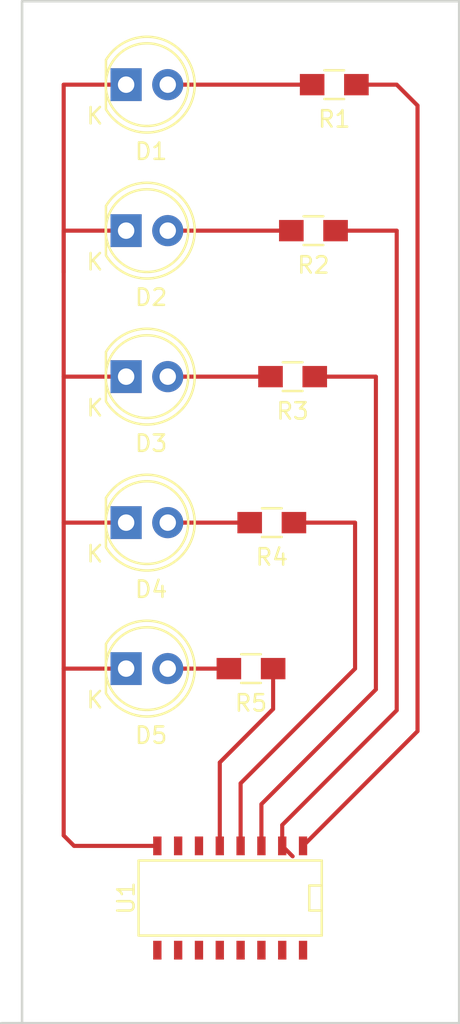
<source format=kicad_pcb>
(kicad_pcb (version 4) (host pcbnew 4.0.5+dfsg1-4)

  (general
    (links 15)
    (no_connects 0)
    (area 144.704999 79.934999 172.795001 142.315001)
    (thickness 1.6)
    (drawings 8)
    (tracks 38)
    (zones 0)
    (modules 11)
    (nets 22)
  )

  (page A4)
  (layers
    (0 F.Cu signal)
    (31 B.Cu signal)
    (32 B.Adhes user)
    (33 F.Adhes user)
    (34 B.Paste user)
    (35 F.Paste user)
    (36 B.SilkS user)
    (37 F.SilkS user)
    (38 B.Mask user)
    (39 F.Mask user)
    (40 Dwgs.User user)
    (41 Cmts.User user)
    (42 Eco1.User user)
    (43 Eco2.User user)
    (44 Edge.Cuts user)
    (45 Margin user)
    (46 B.CrtYd user)
    (47 F.CrtYd user)
    (48 B.Fab user)
    (49 F.Fab user)
  )

  (setup
    (last_trace_width 0.25)
    (trace_clearance 0.2)
    (zone_clearance 0.508)
    (zone_45_only no)
    (trace_min 0.2)
    (segment_width 0.2)
    (edge_width 0.15)
    (via_size 0.6)
    (via_drill 0.4)
    (via_min_size 0.4)
    (via_min_drill 0.3)
    (uvia_size 0.3)
    (uvia_drill 0.1)
    (uvias_allowed no)
    (uvia_min_size 0.2)
    (uvia_min_drill 0.1)
    (pcb_text_width 0.3)
    (pcb_text_size 1.5 1.5)
    (mod_edge_width 0.15)
    (mod_text_size 1 1)
    (mod_text_width 0.15)
    (pad_size 1.524 1.524)
    (pad_drill 0.762)
    (pad_to_mask_clearance 0.2)
    (aux_axis_origin 0 0)
    (visible_elements FFFEFF7F)
    (pcbplotparams
      (layerselection 0x00030_80000001)
      (usegerberextensions false)
      (excludeedgelayer true)
      (linewidth 0.100000)
      (plotframeref false)
      (viasonmask false)
      (mode 1)
      (useauxorigin false)
      (hpglpennumber 1)
      (hpglpenspeed 20)
      (hpglpendiameter 15)
      (hpglpenoverlay 2)
      (psnegative false)
      (psa4output false)
      (plotreference true)
      (plotvalue true)
      (plotinvisibletext false)
      (padsonsilk false)
      (subtractmaskfromsilk false)
      (outputformat 1)
      (mirror false)
      (drillshape 1)
      (scaleselection 1)
      (outputdirectory ""))
  )

  (net 0 "")
  (net 1 GND)
  (net 2 "Net-(D1-Pad2)")
  (net 3 "Net-(D2-Pad2)")
  (net 4 "Net-(D3-Pad2)")
  (net 5 "Net-(D4-Pad2)")
  (net 6 "Net-(D5-Pad2)")
  (net 7 "Net-(R1-Pad1)")
  (net 8 "Net-(R2-Pad1)")
  (net 9 "Net-(R3-Pad1)")
  (net 10 "Net-(R4-Pad1)")
  (net 11 "Net-(R5-Pad1)")
  (net 12 VCC)
  (net 13 "Net-(U1-Pad9)")
  (net 14 "Net-(U1-Pad7)")
  (net 15 "Net-(U1-Pad6)")
  (net 16 "Net-(U1-Pad15)")
  (net 17 "Net-(P1-Pad5)")
  (net 18 "Net-(P1-Pad1)")
  (net 19 "Net-(P1-Pad2)")
  (net 20 "Net-(P1-Pad4)")
  (net 21 "Net-(P1-Pad3)")

  (net_class Default "Esta es la clase de red por defecto."
    (clearance 0.2)
    (trace_width 0.25)
    (via_dia 0.6)
    (via_drill 0.4)
    (uvia_dia 0.3)
    (uvia_drill 0.1)
    (add_net GND)
    (add_net "Net-(D1-Pad2)")
    (add_net "Net-(D2-Pad2)")
    (add_net "Net-(D3-Pad2)")
    (add_net "Net-(D4-Pad2)")
    (add_net "Net-(D5-Pad2)")
    (add_net "Net-(P1-Pad1)")
    (add_net "Net-(P1-Pad2)")
    (add_net "Net-(P1-Pad3)")
    (add_net "Net-(P1-Pad4)")
    (add_net "Net-(P1-Pad5)")
    (add_net "Net-(R1-Pad1)")
    (add_net "Net-(R2-Pad1)")
    (add_net "Net-(R3-Pad1)")
    (add_net "Net-(R4-Pad1)")
    (add_net "Net-(R5-Pad1)")
    (add_net "Net-(U1-Pad15)")
    (add_net "Net-(U1-Pad6)")
    (add_net "Net-(U1-Pad7)")
    (add_net "Net-(U1-Pad9)")
    (add_net VCC)
  )

  (module LEDs:LED-5MM (layer F.Cu) (tedit 5570F7EA) (tstamp 5BB953CC)
    (at 152.4 85.09)
    (descr "LED 5mm round vertical")
    (tags "LED 5mm round vertical")
    (path /5BB93916)
    (fp_text reference D1 (at 1.524 4.064) (layer F.SilkS)
      (effects (font (size 1 1) (thickness 0.15)))
    )
    (fp_text value LED (at 1.524 -3.937) (layer F.Fab)
      (effects (font (size 1 1) (thickness 0.15)))
    )
    (fp_line (start -1.5 -1.55) (end -1.5 1.55) (layer F.CrtYd) (width 0.05))
    (fp_arc (start 1.3 0) (end -1.5 1.55) (angle -302) (layer F.CrtYd) (width 0.05))
    (fp_arc (start 1.27 0) (end -1.23 -1.5) (angle 297.5) (layer F.SilkS) (width 0.15))
    (fp_line (start -1.23 1.5) (end -1.23 -1.5) (layer F.SilkS) (width 0.15))
    (fp_circle (center 1.27 0) (end 0.97 -2.5) (layer F.SilkS) (width 0.15))
    (fp_text user K (at -1.905 1.905) (layer F.SilkS)
      (effects (font (size 1 1) (thickness 0.15)))
    )
    (pad 1 thru_hole rect (at 0 0 90) (size 2 1.9) (drill 1.00076) (layers *.Cu *.Mask)
      (net 1 GND))
    (pad 2 thru_hole circle (at 2.54 0) (size 1.9 1.9) (drill 1.00076) (layers *.Cu *.Mask)
      (net 2 "Net-(D1-Pad2)"))
    (model LEDs.3dshapes/LED-5MM.wrl
      (at (xyz 0.05 0 0))
      (scale (xyz 1 1 1))
      (rotate (xyz 0 0 90))
    )
  )

  (module LEDs:LED-5MM (layer F.Cu) (tedit 5570F7EA) (tstamp 5BB953D2)
    (at 152.4 93.98)
    (descr "LED 5mm round vertical")
    (tags "LED 5mm round vertical")
    (path /5BB94125)
    (fp_text reference D2 (at 1.524 4.064) (layer F.SilkS)
      (effects (font (size 1 1) (thickness 0.15)))
    )
    (fp_text value LED (at 1.524 -3.937) (layer F.Fab)
      (effects (font (size 1 1) (thickness 0.15)))
    )
    (fp_line (start -1.5 -1.55) (end -1.5 1.55) (layer F.CrtYd) (width 0.05))
    (fp_arc (start 1.3 0) (end -1.5 1.55) (angle -302) (layer F.CrtYd) (width 0.05))
    (fp_arc (start 1.27 0) (end -1.23 -1.5) (angle 297.5) (layer F.SilkS) (width 0.15))
    (fp_line (start -1.23 1.5) (end -1.23 -1.5) (layer F.SilkS) (width 0.15))
    (fp_circle (center 1.27 0) (end 0.97 -2.5) (layer F.SilkS) (width 0.15))
    (fp_text user K (at -1.905 1.905) (layer F.SilkS)
      (effects (font (size 1 1) (thickness 0.15)))
    )
    (pad 1 thru_hole rect (at 0 0 90) (size 2 1.9) (drill 1.00076) (layers *.Cu *.Mask)
      (net 1 GND))
    (pad 2 thru_hole circle (at 2.54 0) (size 1.9 1.9) (drill 1.00076) (layers *.Cu *.Mask)
      (net 3 "Net-(D2-Pad2)"))
    (model LEDs.3dshapes/LED-5MM.wrl
      (at (xyz 0.05 0 0))
      (scale (xyz 1 1 1))
      (rotate (xyz 0 0 90))
    )
  )

  (module LEDs:LED-5MM (layer F.Cu) (tedit 5570F7EA) (tstamp 5BB953D8)
    (at 152.4 102.87)
    (descr "LED 5mm round vertical")
    (tags "LED 5mm round vertical")
    (path /5BB94178)
    (fp_text reference D3 (at 1.524 4.064) (layer F.SilkS)
      (effects (font (size 1 1) (thickness 0.15)))
    )
    (fp_text value LED (at 1.524 -3.937) (layer F.Fab)
      (effects (font (size 1 1) (thickness 0.15)))
    )
    (fp_line (start -1.5 -1.55) (end -1.5 1.55) (layer F.CrtYd) (width 0.05))
    (fp_arc (start 1.3 0) (end -1.5 1.55) (angle -302) (layer F.CrtYd) (width 0.05))
    (fp_arc (start 1.27 0) (end -1.23 -1.5) (angle 297.5) (layer F.SilkS) (width 0.15))
    (fp_line (start -1.23 1.5) (end -1.23 -1.5) (layer F.SilkS) (width 0.15))
    (fp_circle (center 1.27 0) (end 0.97 -2.5) (layer F.SilkS) (width 0.15))
    (fp_text user K (at -1.905 1.905) (layer F.SilkS)
      (effects (font (size 1 1) (thickness 0.15)))
    )
    (pad 1 thru_hole rect (at 0 0 90) (size 2 1.9) (drill 1.00076) (layers *.Cu *.Mask)
      (net 1 GND))
    (pad 2 thru_hole circle (at 2.54 0) (size 1.9 1.9) (drill 1.00076) (layers *.Cu *.Mask)
      (net 4 "Net-(D3-Pad2)"))
    (model LEDs.3dshapes/LED-5MM.wrl
      (at (xyz 0.05 0 0))
      (scale (xyz 1 1 1))
      (rotate (xyz 0 0 90))
    )
  )

  (module LEDs:LED-5MM (layer F.Cu) (tedit 5570F7EA) (tstamp 5BB953DE)
    (at 152.4 111.76)
    (descr "LED 5mm round vertical")
    (tags "LED 5mm round vertical")
    (path /5BB941CF)
    (fp_text reference D4 (at 1.524 4.064) (layer F.SilkS)
      (effects (font (size 1 1) (thickness 0.15)))
    )
    (fp_text value LED (at 1.524 -3.937) (layer F.Fab)
      (effects (font (size 1 1) (thickness 0.15)))
    )
    (fp_line (start -1.5 -1.55) (end -1.5 1.55) (layer F.CrtYd) (width 0.05))
    (fp_arc (start 1.3 0) (end -1.5 1.55) (angle -302) (layer F.CrtYd) (width 0.05))
    (fp_arc (start 1.27 0) (end -1.23 -1.5) (angle 297.5) (layer F.SilkS) (width 0.15))
    (fp_line (start -1.23 1.5) (end -1.23 -1.5) (layer F.SilkS) (width 0.15))
    (fp_circle (center 1.27 0) (end 0.97 -2.5) (layer F.SilkS) (width 0.15))
    (fp_text user K (at -1.905 1.905) (layer F.SilkS)
      (effects (font (size 1 1) (thickness 0.15)))
    )
    (pad 1 thru_hole rect (at 0 0 90) (size 2 1.9) (drill 1.00076) (layers *.Cu *.Mask)
      (net 1 GND))
    (pad 2 thru_hole circle (at 2.54 0) (size 1.9 1.9) (drill 1.00076) (layers *.Cu *.Mask)
      (net 5 "Net-(D4-Pad2)"))
    (model LEDs.3dshapes/LED-5MM.wrl
      (at (xyz 0.05 0 0))
      (scale (xyz 1 1 1))
      (rotate (xyz 0 0 90))
    )
  )

  (module LEDs:LED-5MM (layer F.Cu) (tedit 5570F7EA) (tstamp 5BB953E4)
    (at 152.4 120.65)
    (descr "LED 5mm round vertical")
    (tags "LED 5mm round vertical")
    (path /5BB94264)
    (fp_text reference D5 (at 1.524 4.064) (layer F.SilkS)
      (effects (font (size 1 1) (thickness 0.15)))
    )
    (fp_text value LED (at 1.524 -3.937) (layer F.Fab)
      (effects (font (size 1 1) (thickness 0.15)))
    )
    (fp_line (start -1.5 -1.55) (end -1.5 1.55) (layer F.CrtYd) (width 0.05))
    (fp_arc (start 1.3 0) (end -1.5 1.55) (angle -302) (layer F.CrtYd) (width 0.05))
    (fp_arc (start 1.27 0) (end -1.23 -1.5) (angle 297.5) (layer F.SilkS) (width 0.15))
    (fp_line (start -1.23 1.5) (end -1.23 -1.5) (layer F.SilkS) (width 0.15))
    (fp_circle (center 1.27 0) (end 0.97 -2.5) (layer F.SilkS) (width 0.15))
    (fp_text user K (at -1.905 1.905) (layer F.SilkS)
      (effects (font (size 1 1) (thickness 0.15)))
    )
    (pad 1 thru_hole rect (at 0 0 90) (size 2 1.9) (drill 1.00076) (layers *.Cu *.Mask)
      (net 1 GND))
    (pad 2 thru_hole circle (at 2.54 0) (size 1.9 1.9) (drill 1.00076) (layers *.Cu *.Mask)
      (net 6 "Net-(D5-Pad2)"))
    (model LEDs.3dshapes/LED-5MM.wrl
      (at (xyz 0.05 0 0))
      (scale (xyz 1 1 1))
      (rotate (xyz 0 0 90))
    )
  )

  (module Resistors_SMD:R_0805_HandSoldering (layer F.Cu) (tedit 58307B90) (tstamp 5BB953EA)
    (at 165.1 85.09 180)
    (descr "Resistor SMD 0805, hand soldering")
    (tags "resistor 0805")
    (path /5BB94356)
    (attr smd)
    (fp_text reference R1 (at 0 -2.1 180) (layer F.SilkS)
      (effects (font (size 1 1) (thickness 0.15)))
    )
    (fp_text value R_Small (at 0 2.1 180) (layer F.Fab)
      (effects (font (size 1 1) (thickness 0.15)))
    )
    (fp_line (start -1 0.625) (end -1 -0.625) (layer F.Fab) (width 0.1))
    (fp_line (start 1 0.625) (end -1 0.625) (layer F.Fab) (width 0.1))
    (fp_line (start 1 -0.625) (end 1 0.625) (layer F.Fab) (width 0.1))
    (fp_line (start -1 -0.625) (end 1 -0.625) (layer F.Fab) (width 0.1))
    (fp_line (start -2.4 -1) (end 2.4 -1) (layer F.CrtYd) (width 0.05))
    (fp_line (start -2.4 1) (end 2.4 1) (layer F.CrtYd) (width 0.05))
    (fp_line (start -2.4 -1) (end -2.4 1) (layer F.CrtYd) (width 0.05))
    (fp_line (start 2.4 -1) (end 2.4 1) (layer F.CrtYd) (width 0.05))
    (fp_line (start 0.6 0.875) (end -0.6 0.875) (layer F.SilkS) (width 0.15))
    (fp_line (start -0.6 -0.875) (end 0.6 -0.875) (layer F.SilkS) (width 0.15))
    (pad 1 smd rect (at -1.35 0 180) (size 1.5 1.3) (layers F.Cu F.Paste F.Mask)
      (net 7 "Net-(R1-Pad1)"))
    (pad 2 smd rect (at 1.35 0 180) (size 1.5 1.3) (layers F.Cu F.Paste F.Mask)
      (net 2 "Net-(D1-Pad2)"))
    (model Resistors_SMD.3dshapes/R_0805_HandSoldering.wrl
      (at (xyz 0 0 0))
      (scale (xyz 1 1 1))
      (rotate (xyz 0 0 0))
    )
  )

  (module Resistors_SMD:R_0805_HandSoldering (layer F.Cu) (tedit 58307B90) (tstamp 5BB953F0)
    (at 163.83 93.98 180)
    (descr "Resistor SMD 0805, hand soldering")
    (tags "resistor 0805")
    (path /5BB937F3)
    (attr smd)
    (fp_text reference R2 (at 0 -2.1 180) (layer F.SilkS)
      (effects (font (size 1 1) (thickness 0.15)))
    )
    (fp_text value 220ohm (at 0 2.1 180) (layer F.Fab)
      (effects (font (size 1 1) (thickness 0.15)))
    )
    (fp_line (start -1 0.625) (end -1 -0.625) (layer F.Fab) (width 0.1))
    (fp_line (start 1 0.625) (end -1 0.625) (layer F.Fab) (width 0.1))
    (fp_line (start 1 -0.625) (end 1 0.625) (layer F.Fab) (width 0.1))
    (fp_line (start -1 -0.625) (end 1 -0.625) (layer F.Fab) (width 0.1))
    (fp_line (start -2.4 -1) (end 2.4 -1) (layer F.CrtYd) (width 0.05))
    (fp_line (start -2.4 1) (end 2.4 1) (layer F.CrtYd) (width 0.05))
    (fp_line (start -2.4 -1) (end -2.4 1) (layer F.CrtYd) (width 0.05))
    (fp_line (start 2.4 -1) (end 2.4 1) (layer F.CrtYd) (width 0.05))
    (fp_line (start 0.6 0.875) (end -0.6 0.875) (layer F.SilkS) (width 0.15))
    (fp_line (start -0.6 -0.875) (end 0.6 -0.875) (layer F.SilkS) (width 0.15))
    (pad 1 smd rect (at -1.35 0 180) (size 1.5 1.3) (layers F.Cu F.Paste F.Mask)
      (net 8 "Net-(R2-Pad1)"))
    (pad 2 smd rect (at 1.35 0 180) (size 1.5 1.3) (layers F.Cu F.Paste F.Mask)
      (net 3 "Net-(D2-Pad2)"))
    (model Resistors_SMD.3dshapes/R_0805_HandSoldering.wrl
      (at (xyz 0 0 0))
      (scale (xyz 1 1 1))
      (rotate (xyz 0 0 0))
    )
  )

  (module Resistors_SMD:R_0805_HandSoldering (layer F.Cu) (tedit 58307B90) (tstamp 5BB953F6)
    (at 162.56 102.87 180)
    (descr "Resistor SMD 0805, hand soldering")
    (tags "resistor 0805")
    (path /5BB942BF)
    (attr smd)
    (fp_text reference R3 (at 0 -2.1 180) (layer F.SilkS)
      (effects (font (size 1 1) (thickness 0.15)))
    )
    (fp_text value R_Small (at 0 2.1 180) (layer F.Fab)
      (effects (font (size 1 1) (thickness 0.15)))
    )
    (fp_line (start -1 0.625) (end -1 -0.625) (layer F.Fab) (width 0.1))
    (fp_line (start 1 0.625) (end -1 0.625) (layer F.Fab) (width 0.1))
    (fp_line (start 1 -0.625) (end 1 0.625) (layer F.Fab) (width 0.1))
    (fp_line (start -1 -0.625) (end 1 -0.625) (layer F.Fab) (width 0.1))
    (fp_line (start -2.4 -1) (end 2.4 -1) (layer F.CrtYd) (width 0.05))
    (fp_line (start -2.4 1) (end 2.4 1) (layer F.CrtYd) (width 0.05))
    (fp_line (start -2.4 -1) (end -2.4 1) (layer F.CrtYd) (width 0.05))
    (fp_line (start 2.4 -1) (end 2.4 1) (layer F.CrtYd) (width 0.05))
    (fp_line (start 0.6 0.875) (end -0.6 0.875) (layer F.SilkS) (width 0.15))
    (fp_line (start -0.6 -0.875) (end 0.6 -0.875) (layer F.SilkS) (width 0.15))
    (pad 1 smd rect (at -1.35 0 180) (size 1.5 1.3) (layers F.Cu F.Paste F.Mask)
      (net 9 "Net-(R3-Pad1)"))
    (pad 2 smd rect (at 1.35 0 180) (size 1.5 1.3) (layers F.Cu F.Paste F.Mask)
      (net 4 "Net-(D3-Pad2)"))
    (model Resistors_SMD.3dshapes/R_0805_HandSoldering.wrl
      (at (xyz 0 0 0))
      (scale (xyz 1 1 1))
      (rotate (xyz 0 0 0))
    )
  )

  (module Resistors_SMD:R_0805_HandSoldering (layer F.Cu) (tedit 5BB95324) (tstamp 5BB953FC)
    (at 161.29 111.76 180)
    (descr "Resistor SMD 0805, hand soldering")
    (tags "resistor 0805")
    (path /5BB9438D)
    (attr smd)
    (fp_text reference R4 (at 0 -2.1 180) (layer F.SilkS)
      (effects (font (size 1 1) (thickness 0.15)))
    )
    (fp_text value R_Small (at 0 2.1 360) (layer F.Fab)
      (effects (font (size 1 1) (thickness 0.15)))
    )
    (fp_line (start -1 0.625) (end -1 -0.625) (layer F.Fab) (width 0.1))
    (fp_line (start 1 0.625) (end -1 0.625) (layer F.Fab) (width 0.1))
    (fp_line (start 1 -0.625) (end 1 0.625) (layer F.Fab) (width 0.1))
    (fp_line (start -1 -0.625) (end 1 -0.625) (layer F.Fab) (width 0.1))
    (fp_line (start -2.4 -1) (end 2.4 -1) (layer F.CrtYd) (width 0.05))
    (fp_line (start -2.4 1) (end 2.4 1) (layer F.CrtYd) (width 0.05))
    (fp_line (start -2.4 -1) (end -2.4 1) (layer F.CrtYd) (width 0.05))
    (fp_line (start 2.4 -1) (end 2.4 1) (layer F.CrtYd) (width 0.05))
    (fp_line (start 0.6 0.875) (end -0.6 0.875) (layer F.SilkS) (width 0.15))
    (fp_line (start -0.6 -0.875) (end 0.6 -0.875) (layer F.SilkS) (width 0.15))
    (pad 1 smd rect (at -1.35 0 180) (size 1.5 1.3) (layers F.Cu F.Paste F.Mask)
      (net 10 "Net-(R4-Pad1)"))
    (pad 2 smd rect (at 1.35 0 180) (size 1.5 1.3) (layers F.Cu F.Paste F.Mask)
      (net 5 "Net-(D4-Pad2)"))
    (model Resistors_SMD.3dshapes/R_0805_HandSoldering.wrl
      (at (xyz 0 0 0))
      (scale (xyz 1 1 1))
      (rotate (xyz 0 0 0))
    )
  )

  (module Resistors_SMD:R_0805_HandSoldering (layer F.Cu) (tedit 58307B90) (tstamp 5BB95402)
    (at 160.02 120.65 180)
    (descr "Resistor SMD 0805, hand soldering")
    (tags "resistor 0805")
    (path /5BB943D8)
    (attr smd)
    (fp_text reference R5 (at 0 -2.1 180) (layer F.SilkS)
      (effects (font (size 1 1) (thickness 0.15)))
    )
    (fp_text value R_Small (at 0 2.1 180) (layer F.Fab)
      (effects (font (size 1 1) (thickness 0.15)))
    )
    (fp_line (start -1 0.625) (end -1 -0.625) (layer F.Fab) (width 0.1))
    (fp_line (start 1 0.625) (end -1 0.625) (layer F.Fab) (width 0.1))
    (fp_line (start 1 -0.625) (end 1 0.625) (layer F.Fab) (width 0.1))
    (fp_line (start -1 -0.625) (end 1 -0.625) (layer F.Fab) (width 0.1))
    (fp_line (start -2.4 -1) (end 2.4 -1) (layer F.CrtYd) (width 0.05))
    (fp_line (start -2.4 1) (end 2.4 1) (layer F.CrtYd) (width 0.05))
    (fp_line (start -2.4 -1) (end -2.4 1) (layer F.CrtYd) (width 0.05))
    (fp_line (start 2.4 -1) (end 2.4 1) (layer F.CrtYd) (width 0.05))
    (fp_line (start 0.6 0.875) (end -0.6 0.875) (layer F.SilkS) (width 0.15))
    (fp_line (start -0.6 -0.875) (end 0.6 -0.875) (layer F.SilkS) (width 0.15))
    (pad 1 smd rect (at -1.35 0 180) (size 1.5 1.3) (layers F.Cu F.Paste F.Mask)
      (net 11 "Net-(R5-Pad1)"))
    (pad 2 smd rect (at 1.35 0 180) (size 1.5 1.3) (layers F.Cu F.Paste F.Mask)
      (net 6 "Net-(D5-Pad2)"))
    (model Resistors_SMD.3dshapes/R_0805_HandSoldering.wrl
      (at (xyz 0 0 0))
      (scale (xyz 1 1 1))
      (rotate (xyz 0 0 0))
    )
  )

  (module SMD_Packages:SO-16-N (layer F.Cu) (tedit 5BB954D2) (tstamp 5BB95416)
    (at 158.75 134.62 180)
    (descr "Module CMS SOJ 16 pins large")
    (tags "CMS SOJ")
    (path /5BB95642)
    (attr smd)
    (fp_text reference U1 (at 6.35 0 270) (layer F.SilkS)
      (effects (font (size 1 1) (thickness 0.15)))
    )
    (fp_text value 74HC595 (at 0 1.27 180) (layer F.Fab)
      (effects (font (size 1 1) (thickness 0.15)))
    )
    (fp_line (start -5.588 -0.762) (end -4.826 -0.762) (layer F.SilkS) (width 0.15))
    (fp_line (start -4.826 -0.762) (end -4.826 0.762) (layer F.SilkS) (width 0.15))
    (fp_line (start -4.826 0.762) (end -5.588 0.762) (layer F.SilkS) (width 0.15))
    (fp_line (start 5.588 -2.286) (end 5.588 2.286) (layer F.SilkS) (width 0.15))
    (fp_line (start 5.588 2.286) (end -5.588 2.286) (layer F.SilkS) (width 0.15))
    (fp_line (start -5.588 2.286) (end -5.588 -2.286) (layer F.SilkS) (width 0.15))
    (fp_line (start -5.588 -2.286) (end 5.588 -2.286) (layer F.SilkS) (width 0.15))
    (pad 16 smd rect (at -4.445 -3.175 180) (size 0.508 1.143) (layers F.Cu F.Paste F.Mask)
      (net 12 VCC))
    (pad 14 smd rect (at -1.905 -3.175 180) (size 0.508 1.143) (layers F.Cu F.Paste F.Mask)
      (net 17 "Net-(P1-Pad5)"))
    (pad 13 smd rect (at -0.635 -3.175 180) (size 0.508 1.143) (layers F.Cu F.Paste F.Mask)
      (net 18 "Net-(P1-Pad1)"))
    (pad 12 smd rect (at 0.635 -3.175 180) (size 0.508 1.143) (layers F.Cu F.Paste F.Mask)
      (net 19 "Net-(P1-Pad2)"))
    (pad 11 smd rect (at 1.905 -3.175 180) (size 0.508 1.143) (layers F.Cu F.Paste F.Mask)
      (net 20 "Net-(P1-Pad4)"))
    (pad 10 smd rect (at 3.175 -3.175 180) (size 0.508 1.143) (layers F.Cu F.Paste F.Mask)
      (net 21 "Net-(P1-Pad3)"))
    (pad 9 smd rect (at 4.445 -3.175 180) (size 0.508 1.143) (layers F.Cu F.Paste F.Mask)
      (net 13 "Net-(U1-Pad9)"))
    (pad 8 smd rect (at 4.445 3.175 180) (size 0.508 1.143) (layers F.Cu F.Paste F.Mask)
      (net 1 GND))
    (pad 7 smd rect (at 3.175 3.175 180) (size 0.508 1.143) (layers F.Cu F.Paste F.Mask)
      (net 14 "Net-(U1-Pad7)"))
    (pad 6 smd rect (at 1.905 3.175 180) (size 0.508 1.143) (layers F.Cu F.Paste F.Mask)
      (net 15 "Net-(U1-Pad6)"))
    (pad 5 smd rect (at 0.635 3.175 180) (size 0.508 1.143) (layers F.Cu F.Paste F.Mask)
      (net 11 "Net-(R5-Pad1)"))
    (pad 4 smd rect (at -0.635 3.175 180) (size 0.508 1.143) (layers F.Cu F.Paste F.Mask)
      (net 10 "Net-(R4-Pad1)"))
    (pad 3 smd rect (at -1.905 3.175 180) (size 0.508 1.143) (layers F.Cu F.Paste F.Mask)
      (net 9 "Net-(R3-Pad1)"))
    (pad 2 smd rect (at -3.175 3.175 180) (size 0.508 1.143) (layers F.Cu F.Paste F.Mask)
      (net 8 "Net-(R2-Pad1)"))
    (pad 1 smd rect (at -4.445 3.175 180) (size 0.508 1.143) (layers F.Cu F.Paste F.Mask)
      (net 7 "Net-(R1-Pad1)"))
    (pad 15 smd rect (at -3.175 -3.175 180) (size 0.508 1.143) (layers F.Cu F.Paste F.Mask)
      (net 16 "Net-(U1-Pad15)"))
    (model SMD_Packages.3dshapes/SO-16-N.wrl
      (at (xyz 0 0 0))
      (scale (xyz 0.5 0.4 0.5))
      (rotate (xyz 0 0 0))
    )
  )

  (gr_line (start 146.05 124.46) (end 146.05 80.01) (angle 90) (layer Edge.Cuts) (width 0.15))
  (gr_line (start 146.05 128.27) (end 146.05 124.46) (angle 90) (layer Edge.Cuts) (width 0.15))
  (gr_line (start 146.05 142.24) (end 146.05 128.27) (angle 90) (layer Edge.Cuts) (width 0.15))
  (gr_line (start 144.78 142.24) (end 146.05 142.24) (angle 90) (layer Edge.Cuts) (width 0.15))
  (gr_line (start 172.72 142.24) (end 144.78 142.24) (angle 90) (layer Edge.Cuts) (width 0.15))
  (gr_line (start 172.72 80.01) (end 172.72 142.24) (angle 90) (layer Edge.Cuts) (width 0.15))
  (gr_line (start 146.05 80.01) (end 172.72 80.01) (angle 90) (layer Edge.Cuts) (width 0.15))
  (gr_line (start 146.05 128.27) (end 146.05 80.01) (angle 90) (layer Edge.Cuts) (width 0.15))

  (segment (start 152.4 120.65) (end 148.59 120.65) (width 0.25) (layer F.Cu) (net 1))
  (segment (start 152.4 111.76) (end 148.59 111.76) (width 0.25) (layer F.Cu) (net 1))
  (segment (start 152.4 102.87) (end 148.59 102.87) (width 0.25) (layer F.Cu) (net 1))
  (segment (start 152.4 93.98) (end 148.59 93.98) (width 0.25) (layer F.Cu) (net 1))
  (segment (start 148.59 93.98) (end 148.59 96.52) (width 0.25) (layer F.Cu) (net 1) (tstamp 5BB958EA))
  (segment (start 154.305 131.445) (end 149.225 131.445) (width 0.25) (layer F.Cu) (net 1))
  (segment (start 148.59 85.09) (end 152.4 85.09) (width 0.25) (layer F.Cu) (net 1) (tstamp 5BB958E7))
  (segment (start 148.59 130.81) (end 148.59 120.65) (width 0.25) (layer F.Cu) (net 1) (tstamp 5BB958E6))
  (segment (start 148.59 120.65) (end 148.59 111.76) (width 0.25) (layer F.Cu) (net 1) (tstamp 5BB958F9))
  (segment (start 148.59 111.76) (end 148.59 102.87) (width 0.25) (layer F.Cu) (net 1) (tstamp 5BB958F5))
  (segment (start 148.59 102.87) (end 148.59 96.52) (width 0.25) (layer F.Cu) (net 1) (tstamp 5BB958F1))
  (segment (start 148.59 96.52) (end 148.59 85.09) (width 0.25) (layer F.Cu) (net 1) (tstamp 5BB958ED))
  (segment (start 149.225 131.445) (end 148.59 130.81) (width 0.25) (layer F.Cu) (net 1) (tstamp 5BB958E5))
  (segment (start 154.94 85.09) (end 163.75 85.09) (width 0.25) (layer F.Cu) (net 2))
  (segment (start 154.94 93.98) (end 162.48 93.98) (width 0.25) (layer F.Cu) (net 3))
  (segment (start 154.94 102.87) (end 161.21 102.87) (width 0.25) (layer F.Cu) (net 4))
  (segment (start 154.94 111.76) (end 159.94 111.76) (width 0.25) (layer F.Cu) (net 5))
  (segment (start 154.94 120.65) (end 158.67 120.65) (width 0.25) (layer F.Cu) (net 6))
  (segment (start 166.45 85.09) (end 168.91 85.09) (width 0.25) (layer F.Cu) (net 7))
  (segment (start 168.91 85.09) (end 170.18 86.36) (width 0.25) (layer F.Cu) (net 7) (tstamp 5BB95990))
  (segment (start 170.18 124.46) (end 163.195 131.445) (width 0.25) (layer F.Cu) (net 7) (tstamp 5BB95993))
  (segment (start 170.18 86.36) (end 170.18 124.46) (width 0.25) (layer F.Cu) (net 7) (tstamp 5BB95991))
  (segment (start 165.18 93.98) (end 168.91 93.98) (width 0.25) (layer F.Cu) (net 8))
  (segment (start 168.91 93.98) (end 168.91 123.19) (width 0.25) (layer F.Cu) (net 8) (tstamp 5BB95999))
  (segment (start 161.925 130.175) (end 161.925 131.445) (width 0.25) (layer F.Cu) (net 8) (tstamp 5BB9599B))
  (segment (start 168.91 123.19) (end 161.925 130.175) (width 0.25) (layer F.Cu) (net 8) (tstamp 5BB9599A))
  (segment (start 161.925 131.445) (end 162.56 132.08) (width 0.25) (layer F.Cu) (net 8) (tstamp 5BB9599D))
  (segment (start 163.91 102.87) (end 167.64 102.87) (width 0.25) (layer F.Cu) (net 9))
  (segment (start 167.64 102.87) (end 167.64 121.92) (width 0.25) (layer F.Cu) (net 9) (tstamp 5BB959A0))
  (segment (start 160.655 128.905) (end 160.655 131.445) (width 0.25) (layer F.Cu) (net 9) (tstamp 5BB959A2))
  (segment (start 167.64 121.92) (end 160.655 128.905) (width 0.25) (layer F.Cu) (net 9) (tstamp 5BB959A1))
  (segment (start 162.64 111.76) (end 166.37 111.76) (width 0.25) (layer F.Cu) (net 10))
  (segment (start 166.37 111.76) (end 166.37 120.65) (width 0.25) (layer F.Cu) (net 10) (tstamp 5BB959A6))
  (segment (start 159.385 127.635) (end 159.385 131.445) (width 0.25) (layer F.Cu) (net 10) (tstamp 5BB959A8))
  (segment (start 166.37 120.65) (end 159.385 127.635) (width 0.25) (layer F.Cu) (net 10) (tstamp 5BB959A7))
  (segment (start 158.115 131.445) (end 158.115 126.365) (width 0.25) (layer F.Cu) (net 11))
  (segment (start 161.37 123.11) (end 161.37 120.65) (width 0.25) (layer F.Cu) (net 11) (tstamp 5BB95A01))
  (segment (start 158.115 126.365) (end 161.37 123.11) (width 0.25) (layer F.Cu) (net 11) (tstamp 5BB959FF))

)

</source>
